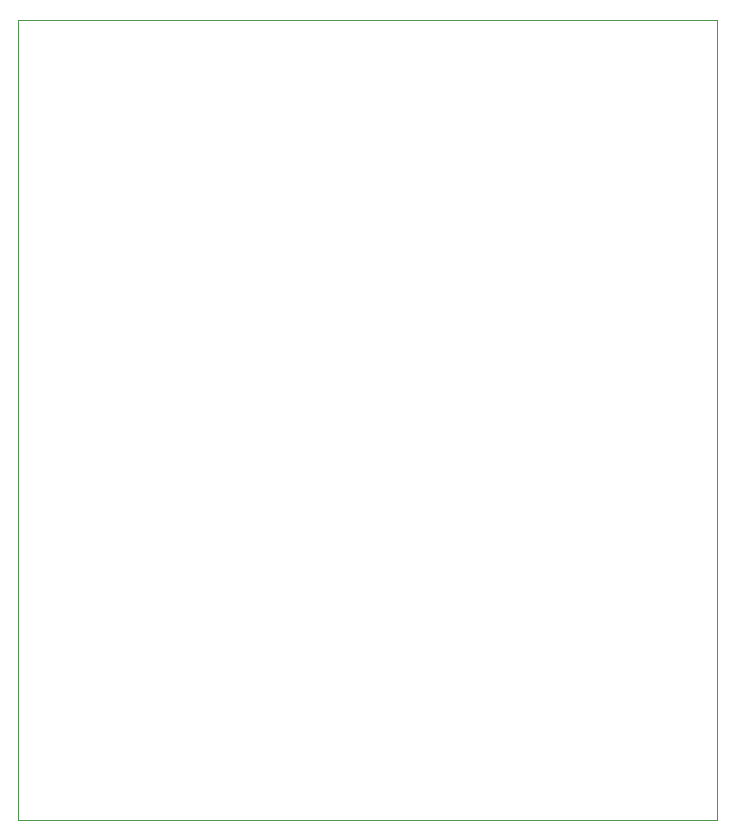
<source format=gbr>
%TF.GenerationSoftware,KiCad,Pcbnew,8.0.5*%
%TF.CreationDate,2024-10-03T22:49:54+01:00*%
%TF.ProjectId,OV7670 pico board,4f563736-3730-4207-9069-636f20626f61,rev?*%
%TF.SameCoordinates,Original*%
%TF.FileFunction,Profile,NP*%
%FSLAX46Y46*%
G04 Gerber Fmt 4.6, Leading zero omitted, Abs format (unit mm)*
G04 Created by KiCad (PCBNEW 8.0.5) date 2024-10-03 22:49:54*
%MOMM*%
%LPD*%
G01*
G04 APERTURE LIST*
%TA.AperFunction,Profile*%
%ADD10C,0.050000*%
%TD*%
G04 APERTURE END LIST*
D10*
X178070000Y-52510000D02*
X237240000Y-52510000D01*
X237240000Y-120210000D01*
X178070000Y-120210000D01*
X178070000Y-52510000D01*
M02*

</source>
